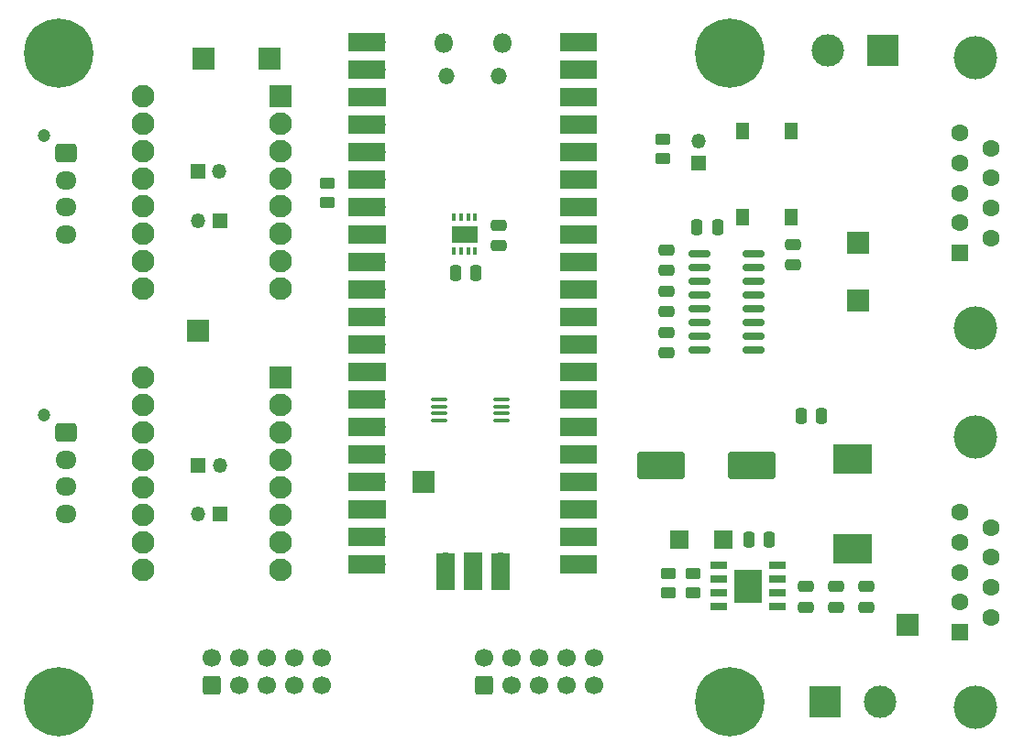
<source format=gbr>
%TF.GenerationSoftware,KiCad,Pcbnew,(7.0.0)*%
%TF.CreationDate,2023-03-02T20:10:48+13:00*%
%TF.ProjectId,pico_expansion_board,7069636f-5f65-4787-9061-6e73696f6e5f,rev?*%
%TF.SameCoordinates,Original*%
%TF.FileFunction,Soldermask,Top*%
%TF.FilePolarity,Negative*%
%FSLAX46Y46*%
G04 Gerber Fmt 4.6, Leading zero omitted, Abs format (unit mm)*
G04 Created by KiCad (PCBNEW (7.0.0)) date 2023-03-02 20:10:48*
%MOMM*%
%LPD*%
G01*
G04 APERTURE LIST*
G04 Aperture macros list*
%AMRoundRect*
0 Rectangle with rounded corners*
0 $1 Rounding radius*
0 $2 $3 $4 $5 $6 $7 $8 $9 X,Y pos of 4 corners*
0 Add a 4 corners polygon primitive as box body*
4,1,4,$2,$3,$4,$5,$6,$7,$8,$9,$2,$3,0*
0 Add four circle primitives for the rounded corners*
1,1,$1+$1,$2,$3*
1,1,$1+$1,$4,$5*
1,1,$1+$1,$6,$7*
1,1,$1+$1,$8,$9*
0 Add four rect primitives between the rounded corners*
20,1,$1+$1,$2,$3,$4,$5,0*
20,1,$1+$1,$4,$5,$6,$7,0*
20,1,$1+$1,$6,$7,$8,$9,0*
20,1,$1+$1,$8,$9,$2,$3,0*%
G04 Aperture macros list end*
%ADD10R,1.525000X0.650000*%
%ADD11R,2.600000X3.100000*%
%ADD12R,1.800000X1.700000*%
%ADD13R,3.600000X2.700000*%
%ADD14R,1.350000X1.350000*%
%ADD15O,1.350000X1.350000*%
%ADD16RoundRect,0.250000X1.950000X1.000000X-1.950000X1.000000X-1.950000X-1.000000X1.950000X-1.000000X0*%
%ADD17RoundRect,0.100000X0.637500X0.100000X-0.637500X0.100000X-0.637500X-0.100000X0.637500X-0.100000X0*%
%ADD18R,0.350000X0.650000*%
%ADD19R,2.400000X1.550000*%
%ADD20R,3.000000X3.000000*%
%ADD21C,3.000000*%
%ADD22RoundRect,0.250000X-0.475000X0.250000X-0.475000X-0.250000X0.475000X-0.250000X0.475000X0.250000X0*%
%ADD23RoundRect,0.250000X0.450000X-0.262500X0.450000X0.262500X-0.450000X0.262500X-0.450000X-0.262500X0*%
%ADD24RoundRect,0.250000X0.475000X-0.250000X0.475000X0.250000X-0.475000X0.250000X-0.475000X-0.250000X0*%
%ADD25C,6.400000*%
%ADD26RoundRect,0.250000X-0.250000X-0.475000X0.250000X-0.475000X0.250000X0.475000X-0.250000X0.475000X0*%
%ADD27R,1.300000X1.550000*%
%ADD28RoundRect,0.250000X0.250000X0.475000X-0.250000X0.475000X-0.250000X-0.475000X0.250000X-0.475000X0*%
%ADD29R,2.000000X2.000000*%
%ADD30RoundRect,0.250000X0.600000X-0.600000X0.600000X0.600000X-0.600000X0.600000X-0.600000X-0.600000X0*%
%ADD31C,1.700000*%
%ADD32O,1.800000X1.800000*%
%ADD33O,1.500000X1.500000*%
%ADD34O,1.700000X1.700000*%
%ADD35R,3.500000X1.700000*%
%ADD36R,1.700000X1.700000*%
%ADD37R,1.700000X3.500000*%
%ADD38C,1.200000*%
%ADD39RoundRect,0.250000X-0.725000X0.600000X-0.725000X-0.600000X0.725000X-0.600000X0.725000X0.600000X0*%
%ADD40O,1.950000X1.700000*%
%ADD41RoundRect,0.150000X-0.825000X-0.150000X0.825000X-0.150000X0.825000X0.150000X-0.825000X0.150000X0*%
%ADD42RoundRect,0.250000X-0.450000X0.262500X-0.450000X-0.262500X0.450000X-0.262500X0.450000X0.262500X0*%
%ADD43C,4.000000*%
%ADD44R,1.600000X1.600000*%
%ADD45C,1.600000*%
%ADD46R,2.100000X2.100000*%
%ADD47C,2.100000*%
G04 APERTURE END LIST*
D10*
%TO.C,IC1*%
X116413999Y-110616999D03*
X116413999Y-111886999D03*
X116413999Y-113156999D03*
X116413999Y-114426999D03*
X121837999Y-114426999D03*
X121837999Y-113156999D03*
X121837999Y-111886999D03*
X121837999Y-110616999D03*
D11*
X119125999Y-112521999D03*
%TD*%
D12*
%TO.C,D1*%
X116857999Y-108203999D03*
X112757999Y-108203999D03*
%TD*%
D13*
%TO.C,L1*%
X128777999Y-109051999D03*
X128777999Y-100751999D03*
%TD*%
D14*
%TO.C,JP9*%
X114553999Y-73405999D03*
D15*
X114553999Y-71405999D03*
%TD*%
D14*
%TO.C,JP4*%
X70341999Y-105907999D03*
D15*
X68341999Y-105907999D03*
%TD*%
D14*
%TO.C,JP3*%
X68357999Y-101345999D03*
D15*
X70357999Y-101345999D03*
%TD*%
D14*
%TO.C,JP2*%
X70341999Y-78739999D03*
D15*
X68341999Y-78739999D03*
%TD*%
D14*
%TO.C,JP1*%
X68315999Y-74167999D03*
D15*
X70315999Y-74167999D03*
%TD*%
D16*
%TO.C,C18*%
X111116000Y-101346000D03*
X119516000Y-101346000D03*
%TD*%
D17*
%TO.C,U4*%
X96334500Y-97241000D03*
X96334500Y-96591000D03*
X96334500Y-95941000D03*
X96334500Y-95291000D03*
X90609500Y-95291000D03*
X90609500Y-95941000D03*
X90609500Y-96591000D03*
X90609500Y-97241000D03*
%TD*%
D18*
%TO.C,U2*%
X91988999Y-81559999D03*
X92638999Y-81559999D03*
X93288999Y-81559999D03*
X93938999Y-81559999D03*
X93938999Y-78459999D03*
X93288999Y-78459999D03*
X92638999Y-78459999D03*
X91988999Y-78459999D03*
D19*
X92963999Y-80009999D03*
%TD*%
D20*
%TO.C,J1*%
X126237999Y-123189999D03*
D21*
X131318000Y-123190000D03*
%TD*%
D22*
%TO.C,C5*%
X124460000Y-112588000D03*
X124460000Y-114488000D03*
%TD*%
D23*
%TO.C,R1*%
X111252000Y-73048500D03*
X111252000Y-71223500D03*
%TD*%
D24*
%TO.C,C7*%
X111571000Y-90993000D03*
X111571000Y-89093000D03*
%TD*%
D25*
%TO.C,H2*%
X55512000Y-123190000D03*
%TD*%
D24*
%TO.C,C2*%
X96104000Y-81080500D03*
X96104000Y-79180500D03*
%TD*%
D26*
%TO.C,C1*%
X114431000Y-79375000D03*
X116331000Y-79375000D03*
%TD*%
D27*
%TO.C,SW1*%
X118653999Y-78396999D03*
X118653999Y-70446999D03*
X123153999Y-78396999D03*
X123153999Y-70446999D03*
%TD*%
D28*
%TO.C,C3*%
X94006000Y-83566000D03*
X92106000Y-83566000D03*
%TD*%
D22*
%TO.C,C9*%
X127254000Y-112588000D03*
X127254000Y-114488000D03*
%TD*%
%TO.C,C4*%
X123255000Y-80965000D03*
X123255000Y-82865000D03*
%TD*%
D29*
%TO.C,TP7*%
X74929999Y-63753999D03*
%TD*%
D25*
%TO.C,H4*%
X117488000Y-63246000D03*
%TD*%
D30*
%TO.C,J8*%
X94742000Y-121666000D03*
D31*
X94742000Y-119126000D03*
X97282000Y-121666000D03*
X97282000Y-119126000D03*
X99822000Y-121666000D03*
X99822000Y-119126000D03*
X102362000Y-121666000D03*
X102362000Y-119126000D03*
X104902000Y-121666000D03*
X104902000Y-119126000D03*
%TD*%
D28*
%TO.C,C19*%
X125918000Y-96774000D03*
X124018000Y-96774000D03*
%TD*%
D24*
%TO.C,C8*%
X111571000Y-83373000D03*
X111571000Y-81473000D03*
%TD*%
D20*
%TO.C,J10*%
X131571999Y-62991999D03*
D21*
X126492000Y-62992000D03*
%TD*%
D22*
%TO.C,C16*%
X130048000Y-112588000D03*
X130048000Y-114488000D03*
%TD*%
D32*
%TO.C,U3*%
X91000999Y-62359999D03*
D33*
X91300999Y-65389999D03*
X96150999Y-65389999D03*
D32*
X96450999Y-62359999D03*
D34*
X84835999Y-62229999D03*
D35*
X83935999Y-62229999D03*
D34*
X84835999Y-64769999D03*
D35*
X83935999Y-64769999D03*
D36*
X84835999Y-67309999D03*
D35*
X83935999Y-67309999D03*
D34*
X84835999Y-69849999D03*
D35*
X83935999Y-69849999D03*
D34*
X84835999Y-72389999D03*
D35*
X83935999Y-72389999D03*
D34*
X84835999Y-74929999D03*
D35*
X83935999Y-74929999D03*
D34*
X84835999Y-77469999D03*
D35*
X83935999Y-77469999D03*
D36*
X84835999Y-80009999D03*
D35*
X83935999Y-80009999D03*
D34*
X84835999Y-82549999D03*
D35*
X83935999Y-82549999D03*
D34*
X84835999Y-85089999D03*
D35*
X83935999Y-85089999D03*
D34*
X84835999Y-87629999D03*
D35*
X83935999Y-87629999D03*
D34*
X84835999Y-90169999D03*
D35*
X83935999Y-90169999D03*
D36*
X84835999Y-92709999D03*
D35*
X83935999Y-92709999D03*
D34*
X84835999Y-95249999D03*
D35*
X83935999Y-95249999D03*
D34*
X84835999Y-97789999D03*
D35*
X83935999Y-97789999D03*
D34*
X84835999Y-100329999D03*
D35*
X83935999Y-100329999D03*
D34*
X84835999Y-102869999D03*
D35*
X83935999Y-102869999D03*
D36*
X84835999Y-105409999D03*
D35*
X83935999Y-105409999D03*
D34*
X84835999Y-107949999D03*
D35*
X83935999Y-107949999D03*
D34*
X84835999Y-110489999D03*
D35*
X83935999Y-110489999D03*
D34*
X102615999Y-110489999D03*
D35*
X103515999Y-110489999D03*
D34*
X102615999Y-107949999D03*
D35*
X103515999Y-107949999D03*
D36*
X102615999Y-105409999D03*
D35*
X103515999Y-105409999D03*
D34*
X102615999Y-102869999D03*
D35*
X103515999Y-102869999D03*
D34*
X102615999Y-100329999D03*
D35*
X103515999Y-100329999D03*
D34*
X102615999Y-97789999D03*
D35*
X103515999Y-97789999D03*
D34*
X102615999Y-95249999D03*
D35*
X103515999Y-95249999D03*
D36*
X102615999Y-92709999D03*
D35*
X103515999Y-92709999D03*
D34*
X102615999Y-90169999D03*
D35*
X103515999Y-90169999D03*
D34*
X102615999Y-87629999D03*
D35*
X103515999Y-87629999D03*
D34*
X102615999Y-85089999D03*
D35*
X103515999Y-85089999D03*
D34*
X102615999Y-82549999D03*
D35*
X103515999Y-82549999D03*
D36*
X102615999Y-80009999D03*
D35*
X103515999Y-80009999D03*
D34*
X102615999Y-77469999D03*
D35*
X103515999Y-77469999D03*
D34*
X102615999Y-74929999D03*
D35*
X103515999Y-74929999D03*
D34*
X102615999Y-72389999D03*
D35*
X103515999Y-72389999D03*
D34*
X102615999Y-69849999D03*
D35*
X103515999Y-69849999D03*
D36*
X102615999Y-67309999D03*
D35*
X103515999Y-67309999D03*
D34*
X102615999Y-64769999D03*
D35*
X103515999Y-64769999D03*
D34*
X102615999Y-62229999D03*
D35*
X103515999Y-62229999D03*
D34*
X91185999Y-110259999D03*
D37*
X91185999Y-111159999D03*
D36*
X93725999Y-110259999D03*
D37*
X93725999Y-111159999D03*
D34*
X96265999Y-110259999D03*
D37*
X96265999Y-111159999D03*
%TD*%
D22*
%TO.C,C6*%
X111571000Y-85283000D03*
X111571000Y-87183000D03*
%TD*%
D38*
%TO.C,J4*%
X54134000Y-70910000D03*
D39*
X56134000Y-72510000D03*
D40*
X56133999Y-75009999D03*
X56133999Y-77509999D03*
X56133999Y-80009999D03*
%TD*%
D41*
%TO.C,U1*%
X114684000Y-81788000D03*
X114684000Y-83058000D03*
X114684000Y-84328000D03*
X114684000Y-85598000D03*
X114684000Y-86868000D03*
X114684000Y-88138000D03*
X114684000Y-89408000D03*
X114684000Y-90678000D03*
X119634000Y-90678000D03*
X119634000Y-89408000D03*
X119634000Y-88138000D03*
X119634000Y-86868000D03*
X119634000Y-85598000D03*
X119634000Y-84328000D03*
X119634000Y-83058000D03*
X119634000Y-81788000D03*
%TD*%
D38*
%TO.C,J5*%
X54134000Y-96738000D03*
D39*
X56134000Y-98338000D03*
D40*
X56133999Y-100837999D03*
X56133999Y-103337999D03*
X56133999Y-105837999D03*
%TD*%
D23*
%TO.C,R6*%
X114046000Y-113180500D03*
X114046000Y-111355500D03*
%TD*%
D29*
%TO.C,TP1*%
X129285999Y-80771999D03*
%TD*%
D25*
%TO.C,H1*%
X55512000Y-63246000D03*
%TD*%
D29*
%TO.C,TP8*%
X68833999Y-63753999D03*
%TD*%
D23*
%TO.C,R3*%
X80264000Y-77112500D03*
X80264000Y-75287500D03*
%TD*%
D42*
%TO.C,R2*%
X111760000Y-111355500D03*
X111760000Y-113180500D03*
%TD*%
D29*
%TO.C,TP6*%
X133857999Y-116077999D03*
%TD*%
D43*
%TO.C,J7*%
X140139669Y-88710000D03*
X140139669Y-63710000D03*
D44*
X138719668Y-81749999D03*
D45*
X138719669Y-78980000D03*
X138719669Y-76210000D03*
X138719669Y-73440000D03*
X138719669Y-70670000D03*
X141559669Y-80365000D03*
X141559669Y-77595000D03*
X141559669Y-74825000D03*
X141559669Y-72055000D03*
%TD*%
D29*
%TO.C,TP4*%
X68325999Y-88899999D03*
%TD*%
D46*
%TO.C,J3*%
X75945999Y-93217999D03*
D47*
X75946000Y-95758000D03*
X75946000Y-98298000D03*
X75946000Y-100838000D03*
X75946000Y-103378000D03*
X75946000Y-105918000D03*
X75946000Y-108458000D03*
X75946000Y-110998000D03*
X63246000Y-110998000D03*
X63246000Y-108458000D03*
X63246000Y-105918000D03*
X63246000Y-103378000D03*
X63246000Y-100838000D03*
X63246000Y-98298000D03*
X63246000Y-95758000D03*
X63246000Y-93218000D03*
%TD*%
D43*
%TO.C,J6*%
X140139669Y-123762000D03*
X140139669Y-98762000D03*
D44*
X138719668Y-116801999D03*
D45*
X138719669Y-114032000D03*
X138719669Y-111262000D03*
X138719669Y-108492000D03*
X138719669Y-105722000D03*
X141559669Y-115417000D03*
X141559669Y-112647000D03*
X141559669Y-109877000D03*
X141559669Y-107107000D03*
%TD*%
D46*
%TO.C,J2*%
X75945999Y-67241999D03*
D47*
X75946000Y-69782000D03*
X75946000Y-72322000D03*
X75946000Y-74862000D03*
X75946000Y-77402000D03*
X75946000Y-79942000D03*
X75946000Y-82482000D03*
X75946000Y-85022000D03*
X63246000Y-85022000D03*
X63246000Y-82482000D03*
X63246000Y-79942000D03*
X63246000Y-77402000D03*
X63246000Y-74862000D03*
X63246000Y-72322000D03*
X63246000Y-69782000D03*
X63246000Y-67242000D03*
%TD*%
D25*
%TO.C,H3*%
X117488000Y-123190000D03*
%TD*%
D30*
%TO.C,J9*%
X69596000Y-121666000D03*
D31*
X69596000Y-119126000D03*
X72136000Y-121666000D03*
X72136000Y-119126000D03*
X74676000Y-121666000D03*
X74676000Y-119126000D03*
X77216000Y-121666000D03*
X77216000Y-119126000D03*
X79756000Y-121666000D03*
X79756000Y-119126000D03*
%TD*%
D29*
%TO.C,TP2*%
X129285999Y-86105999D03*
%TD*%
D26*
%TO.C,C17*%
X119192000Y-108204000D03*
X121092000Y-108204000D03*
%TD*%
D29*
%TO.C,TP5*%
X89153999Y-102869999D03*
%TD*%
M02*

</source>
